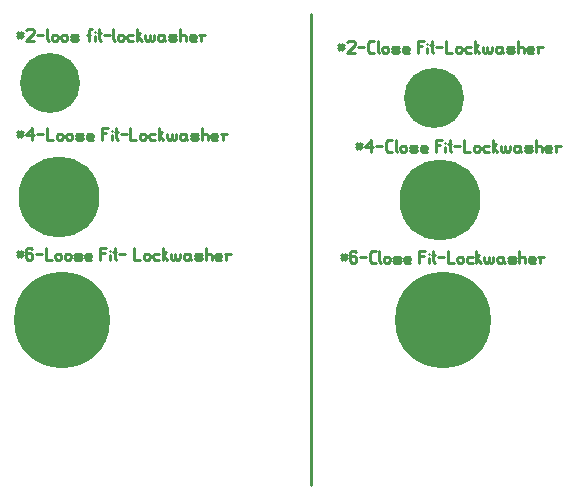
<source format=gbr>
G04 start of page 2 for group 0 idx 0 *
G04 Title: (unknown), component *
G04 Creator: pcb 20110918 *
G04 CreationDate: Fri Nov 15 20:15:44 2013 UTC *
G04 For: fosse *
G04 Format: Gerber/RS-274X *
G04 PCB-Dimensions: 200000 200000 *
G04 PCB-Coordinate-Origin: lower left *
%MOIN*%
%FSLAX25Y25*%
%LNTOP*%
%ADD20C,0.1440*%
%ADD19C,0.1160*%
%ADD18C,0.0890*%
%ADD17C,0.1495*%
%ADD16C,0.1285*%
%ADD15C,0.0960*%
%ADD14C,0.3200*%
%ADD13C,0.2700*%
%ADD12C,0.2000*%
%ADD11C,0.0100*%
G54D11*X100000Y199000D02*Y42000D01*
X2000Y191500D02*X4000D01*
X2000Y192500D02*X4000D01*
X3500Y193000D02*Y191000D01*
X2500Y193000D02*Y191000D01*
X5200Y193500D02*X5700Y194000D01*
X7200D01*
X7700Y193500D01*
Y192500D01*
X5200Y190000D02*X7700Y192500D01*
X5200Y190000D02*X7700D01*
X8900Y192000D02*X10900D01*
X12100Y194000D02*Y190500D01*
X12600Y190000D01*
X13600Y191500D02*Y190500D01*
Y191500D02*X14100Y192000D01*
X15100D01*
X15600Y191500D01*
Y190500D01*
X15100Y190000D02*X15600Y190500D01*
X14100Y190000D02*X15100D01*
X13600Y190500D02*X14100Y190000D01*
X16800Y191500D02*Y190500D01*
Y191500D02*X17300Y192000D01*
X18300D01*
X18800Y191500D01*
Y190500D01*
X18300Y190000D02*X18800Y190500D01*
X17300Y190000D02*X18300D01*
X16800Y190500D02*X17300Y190000D01*
X20500D02*X22000D01*
X22500Y190500D01*
X22000Y191000D02*X22500Y190500D01*
X20500Y191000D02*X22000D01*
X20000Y191500D02*X20500Y191000D01*
X20000Y191500D02*X20500Y192000D01*
X22000D01*
X22500Y191500D01*
X20000Y190500D02*X20500Y190000D01*
X26000Y193500D02*Y190000D01*
Y193500D02*X26500Y194000D01*
X27000D01*
X25500Y192000D02*X26500D01*
X28000Y193000D02*Y192900D01*
Y191500D02*Y190000D01*
X29500Y194000D02*Y190500D01*
X30000Y190000D01*
X29000Y192500D02*X30000D01*
X31000Y192000D02*X33000D01*
X34200Y194000D02*Y190500D01*
X34700Y190000D01*
X35700Y191500D02*Y190500D01*
Y191500D02*X36200Y192000D01*
X37200D01*
X37700Y191500D01*
Y190500D01*
X37200Y190000D02*X37700Y190500D01*
X36200Y190000D02*X37200D01*
X35700Y190500D02*X36200Y190000D01*
X39400Y192000D02*X40900D01*
X38900Y191500D02*X39400Y192000D01*
X38900Y191500D02*Y190500D01*
X39400Y190000D01*
X40900D01*
X42100Y194000D02*Y190000D01*
Y191500D02*X43600Y190000D01*
X42100Y191500D02*X43100Y192500D01*
X44800Y192000D02*Y190500D01*
X45300Y190000D01*
X45800D01*
X46300Y190500D01*
Y192000D02*Y190500D01*
X46800Y190000D01*
X47300D01*
X47800Y190500D01*
Y192000D02*Y190500D01*
X50500Y192000D02*X51000Y191500D01*
X49500Y192000D02*X50500D01*
X49000Y191500D02*X49500Y192000D01*
X49000Y191500D02*Y190500D01*
X49500Y190000D01*
X51000Y192000D02*Y190500D01*
X51500Y190000D01*
X49500D02*X50500D01*
X51000Y190500D01*
X53200Y190000D02*X54700D01*
X55200Y190500D01*
X54700Y191000D02*X55200Y190500D01*
X53200Y191000D02*X54700D01*
X52700Y191500D02*X53200Y191000D01*
X52700Y191500D02*X53200Y192000D01*
X54700D01*
X55200Y191500D01*
X52700Y190500D02*X53200Y190000D01*
X56400Y194000D02*Y190000D01*
Y191500D02*X56900Y192000D01*
X57900D01*
X58400Y191500D01*
Y190000D01*
X60100D02*X61600D01*
X59600Y190500D02*X60100Y190000D01*
X59600Y191500D02*Y190500D01*
Y191500D02*X60100Y192000D01*
X61100D01*
X61600Y191500D01*
X59600Y191000D02*X61600D01*
Y191500D02*Y191000D01*
X63300Y191500D02*Y190000D01*
Y191500D02*X63800Y192000D01*
X64800D01*
X62800D02*X63300Y191500D01*
X2000Y158500D02*X4000D01*
X2000Y159500D02*X4000D01*
X3500Y160000D02*Y158000D01*
X2500Y160000D02*Y158000D01*
X5200Y158500D02*X7200Y161000D01*
X5200Y158500D02*X7700D01*
X7200Y161000D02*Y157000D01*
X8900Y159000D02*X10900D01*
X12100Y161000D02*Y157000D01*
X14100D01*
X15300Y158500D02*Y157500D01*
Y158500D02*X15800Y159000D01*
X16800D01*
X17300Y158500D01*
Y157500D01*
X16800Y157000D02*X17300Y157500D01*
X15800Y157000D02*X16800D01*
X15300Y157500D02*X15800Y157000D01*
X18500Y158500D02*Y157500D01*
Y158500D02*X19000Y159000D01*
X20000D01*
X20500Y158500D01*
Y157500D01*
X20000Y157000D02*X20500Y157500D01*
X19000Y157000D02*X20000D01*
X18500Y157500D02*X19000Y157000D01*
X22200D02*X23700D01*
X24200Y157500D01*
X23700Y158000D02*X24200Y157500D01*
X22200Y158000D02*X23700D01*
X21700Y158500D02*X22200Y158000D01*
X21700Y158500D02*X22200Y159000D01*
X23700D01*
X24200Y158500D01*
X21700Y157500D02*X22200Y157000D01*
X25900D02*X27400D01*
X25400Y157500D02*X25900Y157000D01*
X25400Y158500D02*Y157500D01*
Y158500D02*X25900Y159000D01*
X26900D01*
X27400Y158500D01*
X25400Y158000D02*X27400D01*
Y158500D02*Y158000D01*
X30400Y161000D02*Y157000D01*
Y161000D02*X32400D01*
X30400Y159200D02*X31900D01*
X33600Y160000D02*Y159900D01*
Y158500D02*Y157000D01*
X35100Y161000D02*Y157500D01*
X35600Y157000D01*
X34600Y159500D02*X35600D01*
X36600Y159000D02*X38600D01*
X39800Y161000D02*Y157000D01*
X41800D01*
X43000Y158500D02*Y157500D01*
Y158500D02*X43500Y159000D01*
X44500D01*
X45000Y158500D01*
Y157500D01*
X44500Y157000D02*X45000Y157500D01*
X43500Y157000D02*X44500D01*
X43000Y157500D02*X43500Y157000D01*
X46700Y159000D02*X48200D01*
X46200Y158500D02*X46700Y159000D01*
X46200Y158500D02*Y157500D01*
X46700Y157000D01*
X48200D01*
X49400Y161000D02*Y157000D01*
Y158500D02*X50900Y157000D01*
X49400Y158500D02*X50400Y159500D01*
X52100Y159000D02*Y157500D01*
X52600Y157000D01*
X53100D01*
X53600Y157500D01*
Y159000D02*Y157500D01*
X54100Y157000D01*
X54600D01*
X55100Y157500D01*
Y159000D02*Y157500D01*
X57800Y159000D02*X58300Y158500D01*
X56800Y159000D02*X57800D01*
X56300Y158500D02*X56800Y159000D01*
X56300Y158500D02*Y157500D01*
X56800Y157000D01*
X58300Y159000D02*Y157500D01*
X58800Y157000D01*
X56800D02*X57800D01*
X58300Y157500D01*
X60500Y157000D02*X62000D01*
X62500Y157500D01*
X62000Y158000D02*X62500Y157500D01*
X60500Y158000D02*X62000D01*
X60000Y158500D02*X60500Y158000D01*
X60000Y158500D02*X60500Y159000D01*
X62000D01*
X62500Y158500D01*
X60000Y157500D02*X60500Y157000D01*
X63700Y161000D02*Y157000D01*
Y158500D02*X64200Y159000D01*
X65200D01*
X65700Y158500D01*
Y157000D01*
X67400D02*X68900D01*
X66900Y157500D02*X67400Y157000D01*
X66900Y158500D02*Y157500D01*
Y158500D02*X67400Y159000D01*
X68400D01*
X68900Y158500D01*
X66900Y158000D02*X68900D01*
Y158500D02*Y158000D01*
X70600Y158500D02*Y157000D01*
Y158500D02*X71100Y159000D01*
X72100D01*
X70100D02*X70600Y158500D01*
X2000Y118500D02*X4000D01*
X2000Y119500D02*X4000D01*
X3500Y120000D02*Y118000D01*
X2500Y120000D02*Y118000D01*
X6700Y121000D02*X7200Y120500D01*
X5700Y121000D02*X6700D01*
X5200Y120500D02*X5700Y121000D01*
X5200Y120500D02*Y117500D01*
X5700Y117000D01*
X6700Y119200D02*X7200Y118700D01*
X5200Y119200D02*X6700D01*
X5700Y117000D02*X6700D01*
X7200Y117500D01*
Y118700D02*Y117500D01*
X8400Y119000D02*X10400D01*
X11600Y121000D02*Y117000D01*
X13600D01*
X14800Y118500D02*Y117500D01*
Y118500D02*X15300Y119000D01*
X16300D01*
X16800Y118500D01*
Y117500D01*
X16300Y117000D02*X16800Y117500D01*
X15300Y117000D02*X16300D01*
X14800Y117500D02*X15300Y117000D01*
X18000Y118500D02*Y117500D01*
Y118500D02*X18500Y119000D01*
X19500D01*
X20000Y118500D01*
Y117500D01*
X19500Y117000D02*X20000Y117500D01*
X18500Y117000D02*X19500D01*
X18000Y117500D02*X18500Y117000D01*
X21700D02*X23200D01*
X23700Y117500D01*
X23200Y118000D02*X23700Y117500D01*
X21700Y118000D02*X23200D01*
X21200Y118500D02*X21700Y118000D01*
X21200Y118500D02*X21700Y119000D01*
X23200D01*
X23700Y118500D01*
X21200Y117500D02*X21700Y117000D01*
X25400D02*X26900D01*
X24900Y117500D02*X25400Y117000D01*
X24900Y118500D02*Y117500D01*
Y118500D02*X25400Y119000D01*
X26400D01*
X26900Y118500D01*
X24900Y118000D02*X26900D01*
Y118500D02*Y118000D01*
X29900Y121000D02*Y117000D01*
Y121000D02*X31900D01*
X29900Y119200D02*X31400D01*
X33100Y120000D02*Y119900D01*
Y118500D02*Y117000D01*
X34600Y121000D02*Y117500D01*
X35100Y117000D01*
X34100Y119500D02*X35100D01*
X36100Y119000D02*X38100D01*
X41100Y121000D02*Y117000D01*
X43100D01*
X44300Y118500D02*Y117500D01*
Y118500D02*X44800Y119000D01*
X45800D01*
X46300Y118500D01*
Y117500D01*
X45800Y117000D02*X46300Y117500D01*
X44800Y117000D02*X45800D01*
X44300Y117500D02*X44800Y117000D01*
X48000Y119000D02*X49500D01*
X47500Y118500D02*X48000Y119000D01*
X47500Y118500D02*Y117500D01*
X48000Y117000D01*
X49500D01*
X50700Y121000D02*Y117000D01*
Y118500D02*X52200Y117000D01*
X50700Y118500D02*X51700Y119500D01*
X53400Y119000D02*Y117500D01*
X53900Y117000D01*
X54400D01*
X54900Y117500D01*
Y119000D02*Y117500D01*
X55400Y117000D01*
X55900D01*
X56400Y117500D01*
Y119000D02*Y117500D01*
X59100Y119000D02*X59600Y118500D01*
X58100Y119000D02*X59100D01*
X57600Y118500D02*X58100Y119000D01*
X57600Y118500D02*Y117500D01*
X58100Y117000D01*
X59600Y119000D02*Y117500D01*
X60100Y117000D01*
X58100D02*X59100D01*
X59600Y117500D01*
X61800Y117000D02*X63300D01*
X63800Y117500D01*
X63300Y118000D02*X63800Y117500D01*
X61800Y118000D02*X63300D01*
X61300Y118500D02*X61800Y118000D01*
X61300Y118500D02*X61800Y119000D01*
X63300D01*
X63800Y118500D01*
X61300Y117500D02*X61800Y117000D01*
X65000Y121000D02*Y117000D01*
Y118500D02*X65500Y119000D01*
X66500D01*
X67000Y118500D01*
Y117000D01*
X68700D02*X70200D01*
X68200Y117500D02*X68700Y117000D01*
X68200Y118500D02*Y117500D01*
Y118500D02*X68700Y119000D01*
X69700D01*
X70200Y118500D01*
X68200Y118000D02*X70200D01*
Y118500D02*Y118000D01*
X71900Y118500D02*Y117000D01*
Y118500D02*X72400Y119000D01*
X73400D01*
X71400D02*X71900Y118500D01*
X109000Y187500D02*X111000D01*
X109000Y188500D02*X111000D01*
X110500Y189000D02*Y187000D01*
X109500Y189000D02*Y187000D01*
X112200Y189500D02*X112700Y190000D01*
X114200D01*
X114700Y189500D01*
Y188500D01*
X112200Y186000D02*X114700Y188500D01*
X112200Y186000D02*X114700D01*
X115900Y188000D02*X117900D01*
X119800Y186000D02*X121100D01*
X119100Y186700D02*X119800Y186000D01*
X119100Y189300D02*Y186700D01*
Y189300D02*X119800Y190000D01*
X121100D01*
X122300D02*Y186500D01*
X122800Y186000D01*
X123800Y187500D02*Y186500D01*
Y187500D02*X124300Y188000D01*
X125300D01*
X125800Y187500D01*
Y186500D01*
X125300Y186000D02*X125800Y186500D01*
X124300Y186000D02*X125300D01*
X123800Y186500D02*X124300Y186000D01*
X127500D02*X129000D01*
X129500Y186500D01*
X129000Y187000D02*X129500Y186500D01*
X127500Y187000D02*X129000D01*
X127000Y187500D02*X127500Y187000D01*
X127000Y187500D02*X127500Y188000D01*
X129000D01*
X129500Y187500D01*
X127000Y186500D02*X127500Y186000D01*
X131200D02*X132700D01*
X130700Y186500D02*X131200Y186000D01*
X130700Y187500D02*Y186500D01*
Y187500D02*X131200Y188000D01*
X132200D01*
X132700Y187500D01*
X130700Y187000D02*X132700D01*
Y187500D02*Y187000D01*
X135700Y190000D02*Y186000D01*
Y190000D02*X137700D01*
X135700Y188200D02*X137200D01*
X138900Y189000D02*Y188900D01*
Y187500D02*Y186000D01*
X140400Y190000D02*Y186500D01*
X140900Y186000D01*
X139900Y188500D02*X140900D01*
X141900Y188000D02*X143900D01*
X145100Y190000D02*Y186000D01*
X147100D01*
X148300Y187500D02*Y186500D01*
Y187500D02*X148800Y188000D01*
X149800D01*
X150300Y187500D01*
Y186500D01*
X149800Y186000D02*X150300Y186500D01*
X148800Y186000D02*X149800D01*
X148300Y186500D02*X148800Y186000D01*
X152000Y188000D02*X153500D01*
X151500Y187500D02*X152000Y188000D01*
X151500Y187500D02*Y186500D01*
X152000Y186000D01*
X153500D01*
X154700Y190000D02*Y186000D01*
Y187500D02*X156200Y186000D01*
X154700Y187500D02*X155700Y188500D01*
X157400Y188000D02*Y186500D01*
X157900Y186000D01*
X158400D01*
X158900Y186500D01*
Y188000D02*Y186500D01*
X159400Y186000D01*
X159900D01*
X160400Y186500D01*
Y188000D02*Y186500D01*
X163100Y188000D02*X163600Y187500D01*
X162100Y188000D02*X163100D01*
X161600Y187500D02*X162100Y188000D01*
X161600Y187500D02*Y186500D01*
X162100Y186000D01*
X163600Y188000D02*Y186500D01*
X164100Y186000D01*
X162100D02*X163100D01*
X163600Y186500D01*
X165800Y186000D02*X167300D01*
X167800Y186500D01*
X167300Y187000D02*X167800Y186500D01*
X165800Y187000D02*X167300D01*
X165300Y187500D02*X165800Y187000D01*
X165300Y187500D02*X165800Y188000D01*
X167300D01*
X167800Y187500D01*
X165300Y186500D02*X165800Y186000D01*
X169000Y190000D02*Y186000D01*
Y187500D02*X169500Y188000D01*
X170500D01*
X171000Y187500D01*
Y186000D01*
X172700D02*X174200D01*
X172200Y186500D02*X172700Y186000D01*
X172200Y187500D02*Y186500D01*
Y187500D02*X172700Y188000D01*
X173700D01*
X174200Y187500D01*
X172200Y187000D02*X174200D01*
Y187500D02*Y187000D01*
X175900Y187500D02*Y186000D01*
Y187500D02*X176400Y188000D01*
X177400D01*
X175400D02*X175900Y187500D01*
X115000Y154500D02*X117000D01*
X115000Y155500D02*X117000D01*
X116500Y156000D02*Y154000D01*
X115500Y156000D02*Y154000D01*
X118200Y154500D02*X120200Y157000D01*
X118200Y154500D02*X120700D01*
X120200Y157000D02*Y153000D01*
X121900Y155000D02*X123900D01*
X125800Y153000D02*X127100D01*
X125100Y153700D02*X125800Y153000D01*
X125100Y156300D02*Y153700D01*
Y156300D02*X125800Y157000D01*
X127100D01*
X128300D02*Y153500D01*
X128800Y153000D01*
X129800Y154500D02*Y153500D01*
Y154500D02*X130300Y155000D01*
X131300D01*
X131800Y154500D01*
Y153500D01*
X131300Y153000D02*X131800Y153500D01*
X130300Y153000D02*X131300D01*
X129800Y153500D02*X130300Y153000D01*
X133500D02*X135000D01*
X135500Y153500D01*
X135000Y154000D02*X135500Y153500D01*
X133500Y154000D02*X135000D01*
X133000Y154500D02*X133500Y154000D01*
X133000Y154500D02*X133500Y155000D01*
X135000D01*
X135500Y154500D01*
X133000Y153500D02*X133500Y153000D01*
X137200D02*X138700D01*
X136700Y153500D02*X137200Y153000D01*
X136700Y154500D02*Y153500D01*
Y154500D02*X137200Y155000D01*
X138200D01*
X138700Y154500D01*
X136700Y154000D02*X138700D01*
Y154500D02*Y154000D01*
X141700Y157000D02*Y153000D01*
Y157000D02*X143700D01*
X141700Y155200D02*X143200D01*
X144900Y156000D02*Y155900D01*
Y154500D02*Y153000D01*
X146400Y157000D02*Y153500D01*
X146900Y153000D01*
X145900Y155500D02*X146900D01*
X147900Y155000D02*X149900D01*
X151100Y157000D02*Y153000D01*
X153100D01*
X154300Y154500D02*Y153500D01*
Y154500D02*X154800Y155000D01*
X155800D01*
X156300Y154500D01*
Y153500D01*
X155800Y153000D02*X156300Y153500D01*
X154800Y153000D02*X155800D01*
X154300Y153500D02*X154800Y153000D01*
X158000Y155000D02*X159500D01*
X157500Y154500D02*X158000Y155000D01*
X157500Y154500D02*Y153500D01*
X158000Y153000D01*
X159500D01*
X160700Y157000D02*Y153000D01*
Y154500D02*X162200Y153000D01*
X160700Y154500D02*X161700Y155500D01*
X163400Y155000D02*Y153500D01*
X163900Y153000D01*
X164400D01*
X164900Y153500D01*
Y155000D02*Y153500D01*
X165400Y153000D01*
X165900D01*
X166400Y153500D01*
Y155000D02*Y153500D01*
X169100Y155000D02*X169600Y154500D01*
X168100Y155000D02*X169100D01*
X167600Y154500D02*X168100Y155000D01*
X167600Y154500D02*Y153500D01*
X168100Y153000D01*
X169600Y155000D02*Y153500D01*
X170100Y153000D01*
X168100D02*X169100D01*
X169600Y153500D01*
X171800Y153000D02*X173300D01*
X173800Y153500D01*
X173300Y154000D02*X173800Y153500D01*
X171800Y154000D02*X173300D01*
X171300Y154500D02*X171800Y154000D01*
X171300Y154500D02*X171800Y155000D01*
X173300D01*
X173800Y154500D01*
X171300Y153500D02*X171800Y153000D01*
X175000Y157000D02*Y153000D01*
Y154500D02*X175500Y155000D01*
X176500D01*
X177000Y154500D01*
Y153000D01*
X178700D02*X180200D01*
X178200Y153500D02*X178700Y153000D01*
X178200Y154500D02*Y153500D01*
Y154500D02*X178700Y155000D01*
X179700D01*
X180200Y154500D01*
X178200Y154000D02*X180200D01*
Y154500D02*Y154000D01*
X181900Y154500D02*Y153000D01*
Y154500D02*X182400Y155000D01*
X183400D01*
X181400D02*X181900Y154500D01*
X110000Y117500D02*X112000D01*
X110000Y118500D02*X112000D01*
X111500Y119000D02*Y117000D01*
X110500Y119000D02*Y117000D01*
X114700Y120000D02*X115200Y119500D01*
X113700Y120000D02*X114700D01*
X113200Y119500D02*X113700Y120000D01*
X113200Y119500D02*Y116500D01*
X113700Y116000D01*
X114700Y118200D02*X115200Y117700D01*
X113200Y118200D02*X114700D01*
X113700Y116000D02*X114700D01*
X115200Y116500D01*
Y117700D02*Y116500D01*
X116400Y118000D02*X118400D01*
X120300Y116000D02*X121600D01*
X119600Y116700D02*X120300Y116000D01*
X119600Y119300D02*Y116700D01*
Y119300D02*X120300Y120000D01*
X121600D01*
X122800D02*Y116500D01*
X123300Y116000D01*
X124300Y117500D02*Y116500D01*
Y117500D02*X124800Y118000D01*
X125800D01*
X126300Y117500D01*
Y116500D01*
X125800Y116000D02*X126300Y116500D01*
X124800Y116000D02*X125800D01*
X124300Y116500D02*X124800Y116000D01*
X128000D02*X129500D01*
X130000Y116500D01*
X129500Y117000D02*X130000Y116500D01*
X128000Y117000D02*X129500D01*
X127500Y117500D02*X128000Y117000D01*
X127500Y117500D02*X128000Y118000D01*
X129500D01*
X130000Y117500D01*
X127500Y116500D02*X128000Y116000D01*
X131700D02*X133200D01*
X131200Y116500D02*X131700Y116000D01*
X131200Y117500D02*Y116500D01*
Y117500D02*X131700Y118000D01*
X132700D01*
X133200Y117500D01*
X131200Y117000D02*X133200D01*
Y117500D02*Y117000D01*
X136200Y120000D02*Y116000D01*
Y120000D02*X138200D01*
X136200Y118200D02*X137700D01*
X139400Y119000D02*Y118900D01*
Y117500D02*Y116000D01*
X140900Y120000D02*Y116500D01*
X141400Y116000D01*
X140400Y118500D02*X141400D01*
X142400Y118000D02*X144400D01*
X145600Y120000D02*Y116000D01*
X147600D01*
X148800Y117500D02*Y116500D01*
Y117500D02*X149300Y118000D01*
X150300D01*
X150800Y117500D01*
Y116500D01*
X150300Y116000D02*X150800Y116500D01*
X149300Y116000D02*X150300D01*
X148800Y116500D02*X149300Y116000D01*
X152500Y118000D02*X154000D01*
X152000Y117500D02*X152500Y118000D01*
X152000Y117500D02*Y116500D01*
X152500Y116000D01*
X154000D01*
X155200Y120000D02*Y116000D01*
Y117500D02*X156700Y116000D01*
X155200Y117500D02*X156200Y118500D01*
X157900Y118000D02*Y116500D01*
X158400Y116000D01*
X158900D01*
X159400Y116500D01*
Y118000D02*Y116500D01*
X159900Y116000D01*
X160400D01*
X160900Y116500D01*
Y118000D02*Y116500D01*
X163600Y118000D02*X164100Y117500D01*
X162600Y118000D02*X163600D01*
X162100Y117500D02*X162600Y118000D01*
X162100Y117500D02*Y116500D01*
X162600Y116000D01*
X164100Y118000D02*Y116500D01*
X164600Y116000D01*
X162600D02*X163600D01*
X164100Y116500D01*
X166300Y116000D02*X167800D01*
X168300Y116500D01*
X167800Y117000D02*X168300Y116500D01*
X166300Y117000D02*X167800D01*
X165800Y117500D02*X166300Y117000D01*
X165800Y117500D02*X166300Y118000D01*
X167800D01*
X168300Y117500D01*
X165800Y116500D02*X166300Y116000D01*
X169500Y120000D02*Y116000D01*
Y117500D02*X170000Y118000D01*
X171000D01*
X171500Y117500D01*
Y116000D01*
X173200D02*X174700D01*
X172700Y116500D02*X173200Y116000D01*
X172700Y117500D02*Y116500D01*
Y117500D02*X173200Y118000D01*
X174200D01*
X174700Y117500D01*
X172700Y117000D02*X174700D01*
Y117500D02*Y117000D01*
X176400Y117500D02*Y116000D01*
Y117500D02*X176900Y118000D01*
X177900D01*
X175900D02*X176400Y117500D01*
G54D12*X13000Y176000D03*
G54D13*X16000Y138000D03*
G54D14*X17000Y97000D03*
G54D12*X141000Y171000D03*
G54D13*X143000Y137000D03*
G54D14*X144000Y97000D03*
G54D15*G54D16*G54D17*G54D18*G54D19*G54D20*M02*

</source>
